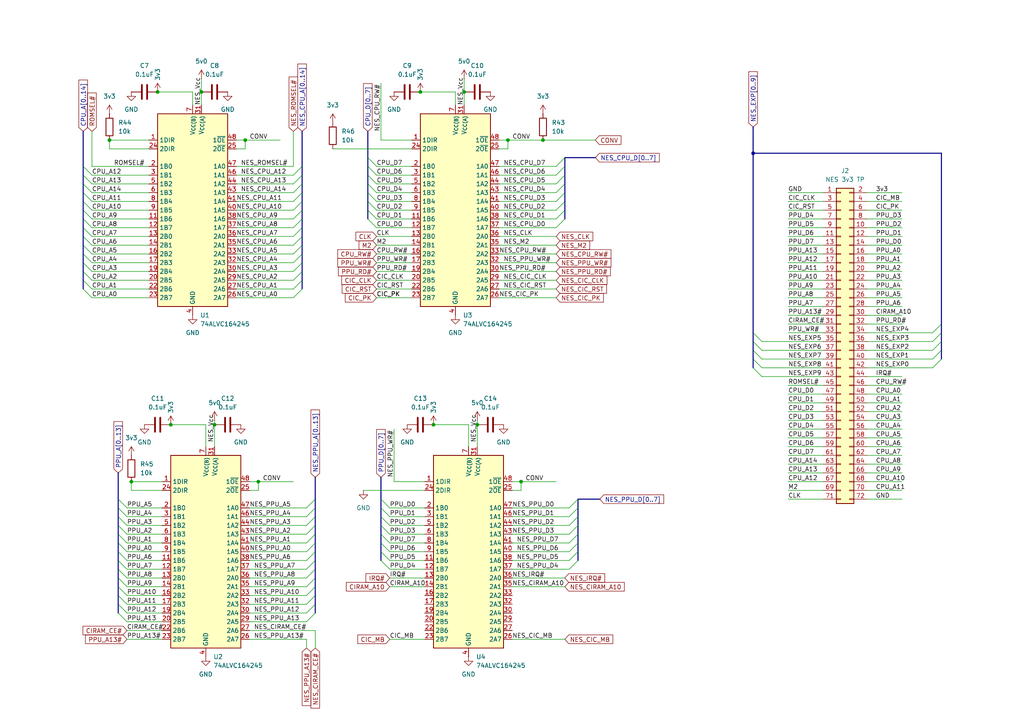
<source format=kicad_sch>
(kicad_sch (version 20231120) (generator "eeschema") (generator_version "8.0")
  (paper "A4")
  (junction (at 71.12 40.64))
  (junction (at 31.75 40.64))
  (junction (at 38.1 139.7))
  (junction (at 45.72 26.67))
  (junction (at 157.48 40.64))
  (junction (at 121.92 26.67))
  (junction (at 74.93 139.7))
  (junction (at 147.32 40.64))
  (junction (at 151.13 139.7))
  (junction (at 218.44 44.45))
  (junction (at 138.43 123.19))
  (junction (at 49.53 123.19))
  (junction (at 62.23 123.19))
  (junction (at 134.62 26.67))
  (junction (at 125.73 123.19))
  (junction (at 58.42 26.67))
  (bus_entry (at 24.13 76.2) (size 2.54 2.54))
  (bus_entry (at 88.9 147.32) (size 2.54 -2.54))
  (bus_entry (at 85.09 60.96) (size 2.54 -2.54))
  (bus_entry (at 85.09 55.88) (size 2.54 -2.54))
  (bus_entry (at 34.29 162.56) (size 2.54 2.54))
  (bus_entry (at 106.68 45.72) (size 2.54 2.54))
  (bus_entry (at 270.51 101.6) (size 2.54 -2.54))
  (bus_entry (at 85.09 78.74) (size 2.54 -2.54))
  (bus_entry (at 165.1 152.4) (size 2.54 -2.54))
  (bus_entry (at 106.68 53.34) (size 2.54 2.54))
  (bus_entry (at 34.29 167.64) (size 2.54 2.54))
  (bus_entry (at 34.29 177.8) (size 2.54 2.54))
  (bus_entry (at 24.13 83.82) (size 2.54 2.54))
  (bus_entry (at 218.44 96.52) (size 2.54 2.54))
  (bus_entry (at 34.29 165.1) (size 2.54 2.54))
  (bus_entry (at 110.49 162.56) (size 2.54 2.54))
  (bus_entry (at 106.68 63.5) (size 2.54 2.54))
  (bus_entry (at 88.9 165.1) (size 2.54 -2.54))
  (bus_entry (at 88.9 172.72) (size 2.54 -2.54))
  (bus_entry (at 85.09 73.66) (size 2.54 -2.54))
  (bus_entry (at 85.09 83.82) (size 2.54 -2.54))
  (bus_entry (at 34.29 147.32) (size 2.54 2.54))
  (bus_entry (at 85.09 63.5) (size 2.54 -2.54))
  (bus_entry (at 165.1 160.02) (size 2.54 -2.54))
  (bus_entry (at 24.13 78.74) (size 2.54 2.54))
  (bus_entry (at 24.13 63.5) (size 2.54 2.54))
  (bus_entry (at 161.29 55.88) (size 2.54 -2.54))
  (bus_entry (at 165.1 165.1) (size 2.54 -2.54))
  (bus_entry (at 34.29 154.94) (size 2.54 2.54))
  (bus_entry (at 24.13 55.88) (size 2.54 2.54))
  (bus_entry (at 34.29 160.02) (size 2.54 2.54))
  (bus_entry (at 218.44 101.6) (size 2.54 2.54))
  (bus_entry (at 165.1 157.48) (size 2.54 -2.54))
  (bus_entry (at 110.49 157.48) (size 2.54 2.54))
  (bus_entry (at 218.44 106.68) (size 2.54 2.54))
  (bus_entry (at 85.09 66.04) (size 2.54 -2.54))
  (bus_entry (at 88.9 167.64) (size 2.54 -2.54))
  (bus_entry (at 110.49 160.02) (size 2.54 2.54))
  (bus_entry (at 106.68 55.88) (size 2.54 2.54))
  (bus_entry (at 165.1 147.32) (size 2.54 -2.54))
  (bus_entry (at 161.29 63.5) (size 2.54 -2.54))
  (bus_entry (at 24.13 50.8) (size 2.54 2.54))
  (bus_entry (at 88.9 149.86) (size 2.54 -2.54))
  (bus_entry (at 165.1 154.94) (size 2.54 -2.54))
  (bus_entry (at 165.1 149.86) (size 2.54 -2.54))
  (bus_entry (at 85.09 53.34) (size 2.54 -2.54))
  (bus_entry (at 88.9 177.8) (size 2.54 -2.54))
  (bus_entry (at 34.29 152.4) (size 2.54 2.54))
  (bus_entry (at 161.29 66.04) (size 2.54 -2.54))
  (bus_entry (at 161.29 60.96) (size 2.54 -2.54))
  (bus_entry (at 88.9 162.56) (size 2.54 -2.54))
  (bus_entry (at 161.29 58.42) (size 2.54 -2.54))
  (bus_entry (at 85.09 50.8) (size 2.54 -2.54))
  (bus_entry (at 161.29 53.34) (size 2.54 -2.54))
  (bus_entry (at 88.9 154.94) (size 2.54 -2.54))
  (bus_entry (at 24.13 68.58) (size 2.54 2.54))
  (bus_entry (at 270.51 99.06) (size 2.54 -2.54))
  (bus_entry (at 110.49 149.86) (size 2.54 2.54))
  (bus_entry (at 85.09 86.36) (size 2.54 -2.54))
  (bus_entry (at 110.49 147.32) (size 2.54 2.54))
  (bus_entry (at 165.1 162.56) (size 2.54 -2.54))
  (bus_entry (at 88.9 175.26) (size 2.54 -2.54))
  (bus_entry (at 85.09 76.2) (size 2.54 -2.54))
  (bus_entry (at 88.9 152.4) (size 2.54 -2.54))
  (bus_entry (at 88.9 160.02) (size 2.54 -2.54))
  (bus_entry (at 85.09 81.28) (size 2.54 -2.54))
  (bus_entry (at 85.09 68.58) (size 2.54 -2.54))
  (bus_entry (at 88.9 170.18) (size 2.54 -2.54))
  (bus_entry (at 110.49 144.78) (size 2.54 2.54))
  (bus_entry (at 161.29 50.8) (size 2.54 -2.54))
  (bus_entry (at 270.51 104.14) (size 2.54 -2.54))
  (bus_entry (at 34.29 172.72) (size 2.54 2.54))
  (bus_entry (at 24.13 66.04) (size 2.54 2.54))
  (bus_entry (at 270.51 96.52) (size 2.54 -2.54))
  (bus_entry (at 106.68 60.96) (size 2.54 2.54))
  (bus_entry (at 24.13 81.28) (size 2.54 2.54))
  (bus_entry (at 34.29 170.18) (size 2.54 2.54))
  (bus_entry (at 106.68 58.42) (size 2.54 2.54))
  (bus_entry (at 24.13 48.26) (size 2.54 2.54))
  (bus_entry (at 88.9 157.48) (size 2.54 -2.54))
  (bus_entry (at 106.68 50.8) (size 2.54 2.54))
  (bus_entry (at 110.49 152.4) (size 2.54 2.54))
  (bus_entry (at 161.29 48.26) (size 2.54 -2.54))
  (bus_entry (at 34.29 144.78) (size 2.54 2.54))
  (bus_entry (at 24.13 73.66) (size 2.54 2.54))
  (bus_entry (at 270.51 106.68) (size 2.54 -2.54))
  (bus_entry (at 24.13 60.96) (size 2.54 2.54))
  (bus_entry (at 218.44 99.06) (size 2.54 2.54))
  (bus_entry (at 85.09 58.42) (size 2.54 -2.54))
  (bus_entry (at 24.13 71.12) (size 2.54 2.54))
  (bus_entry (at 34.29 175.26) (size 2.54 2.54))
  (bus_entry (at 85.09 71.12) (size 2.54 -2.54))
  (bus_entry (at 34.29 157.48) (size 2.54 2.54))
  (bus_entry (at 24.13 53.34) (size 2.54 2.54))
  (bus_entry (at 34.29 149.86) (size 2.54 2.54))
  (bus_entry (at 218.44 104.14) (size 2.54 2.54))
  (bus_entry (at 24.13 58.42) (size 2.54 2.54))
  (bus_entry (at 110.49 154.94) (size 2.54 2.54))
  (bus_entry (at 88.9 180.34) (size 2.54 -2.54))
  (bus_entry (at 106.68 48.26) (size 2.54 2.54))
  (bus (pts (xy 87.63 76.2) (xy 87.63 78.74)))
  (wire (pts (xy 68.58 73.66) (xy 85.09 73.66)))
  (wire (pts (xy 72.39 170.18) (xy 88.9 170.18)))
  (bus (pts (xy 106.68 53.34) (xy 106.68 55.88)))
  (wire (pts (xy 109.22 66.04) (xy 119.38 66.04)))
  (wire (pts (xy 228.6 124.46) (xy 238.76 124.46)))
  (wire (pts (xy 36.83 177.8) (xy 46.99 177.8)))
  (wire (pts (xy 251.46 78.74) (xy 261.62 78.74)))
  (wire (pts (xy 49.53 123.19) (xy 59.69 123.19)))
  (wire (pts (xy 148.59 170.18) (xy 163.83 170.18)))
  (wire (pts (xy 36.83 160.02) (xy 46.99 160.02)))
  (wire (pts (xy 113.03 147.32) (xy 123.19 147.32)))
  (wire (pts (xy 251.46 137.16) (xy 261.62 137.16)))
  (wire (pts (xy 105.41 142.24) (xy 123.19 142.24)))
  (wire (pts (xy 46.99 142.24) (xy 38.1 142.24)))
  (wire (pts (xy 109.22 78.74) (xy 119.38 78.74)))
  (bus (pts (xy 24.13 63.5) (xy 24.13 66.04)))
  (wire (pts (xy 36.83 157.48) (xy 46.99 157.48)))
  (bus (pts (xy 34.29 137.16) (xy 34.29 144.78)))
  (wire (pts (xy 113.03 154.94) (xy 123.19 154.94)))
  (wire (pts (xy 147.32 40.64) (xy 157.48 40.64)))
  (wire (pts (xy 26.67 73.66) (xy 43.18 73.66)))
  (wire (pts (xy 26.67 58.42) (xy 43.18 58.42)))
  (wire (pts (xy 228.6 60.96) (xy 238.76 60.96)))
  (bus (pts (xy 87.63 73.66) (xy 87.63 76.2)))
  (wire (pts (xy 68.58 53.34) (xy 85.09 53.34)))
  (wire (pts (xy 251.46 71.12) (xy 261.62 71.12)))
  (wire (pts (xy 144.78 53.34) (xy 161.29 53.34)))
  (wire (pts (xy 228.6 119.38) (xy 238.76 119.38)))
  (wire (pts (xy 36.83 154.94) (xy 46.99 154.94)))
  (wire (pts (xy 74.93 139.7) (xy 85.09 139.7)))
  (wire (pts (xy 144.78 43.18) (xy 147.32 43.18)))
  (wire (pts (xy 109.22 48.26) (xy 119.38 48.26)))
  (wire (pts (xy 251.46 99.06) (xy 270.51 99.06)))
  (wire (pts (xy 228.6 71.12) (xy 238.76 71.12)))
  (bus (pts (xy 91.44 172.72) (xy 91.44 175.26)))
  (wire (pts (xy 72.39 154.94) (xy 88.9 154.94)))
  (bus (pts (xy 87.63 63.5) (xy 87.63 66.04)))
  (bus (pts (xy 24.13 53.34) (xy 24.13 55.88)))
  (wire (pts (xy 251.46 91.44) (xy 261.62 91.44)))
  (wire (pts (xy 251.46 60.96) (xy 261.62 60.96)))
  (bus (pts (xy 91.44 175.26) (xy 91.44 177.8)))
  (wire (pts (xy 151.13 142.24) (xy 151.13 139.7)))
  (wire (pts (xy 91.44 187.96) (xy 91.44 182.88)))
  (wire (pts (xy 125.73 123.19) (xy 135.89 123.19)))
  (wire (pts (xy 26.67 78.74) (xy 43.18 78.74)))
  (wire (pts (xy 36.83 182.88) (xy 46.99 182.88)))
  (bus (pts (xy 91.44 167.64) (xy 91.44 170.18)))
  (wire (pts (xy 138.43 123.19) (xy 138.43 121.92)))
  (bus (pts (xy 273.05 93.98) (xy 273.05 96.52)))
  (wire (pts (xy 251.46 55.88) (xy 261.62 55.88)))
  (wire (pts (xy 113.03 165.1) (xy 123.19 165.1)))
  (wire (pts (xy 251.46 83.82) (xy 261.62 83.82)))
  (wire (pts (xy 68.58 40.64) (xy 71.12 40.64)))
  (wire (pts (xy 251.46 63.5) (xy 261.62 63.5)))
  (wire (pts (xy 228.6 73.66) (xy 238.76 73.66)))
  (bus (pts (xy 163.83 45.72) (xy 172.72 45.72)))
  (wire (pts (xy 228.6 63.5) (xy 238.76 63.5)))
  (wire (pts (xy 58.42 22.86) (xy 58.42 26.67)))
  (bus (pts (xy 24.13 81.28) (xy 24.13 83.82)))
  (wire (pts (xy 109.22 53.34) (xy 119.38 53.34)))
  (wire (pts (xy 148.59 165.1) (xy 165.1 165.1)))
  (bus (pts (xy 34.29 172.72) (xy 34.29 175.26)))
  (wire (pts (xy 251.46 93.98) (xy 261.62 93.98)))
  (bus (pts (xy 110.49 138.43) (xy 110.49 144.78)))
  (wire (pts (xy 220.98 101.6) (xy 238.76 101.6)))
  (wire (pts (xy 72.39 152.4) (xy 88.9 152.4)))
  (bus (pts (xy 110.49 157.48) (xy 110.49 160.02)))
  (wire (pts (xy 251.46 127) (xy 261.62 127)))
  (wire (pts (xy 68.58 60.96) (xy 85.09 60.96)))
  (wire (pts (xy 228.6 78.74) (xy 238.76 78.74)))
  (bus (pts (xy 163.83 63.5) (xy 163.83 60.96)))
  (bus (pts (xy 106.68 48.26) (xy 106.68 50.8)))
  (wire (pts (xy 228.6 116.84) (xy 238.76 116.84)))
  (wire (pts (xy 148.59 160.02) (xy 165.1 160.02)))
  (wire (pts (xy 228.6 88.9) (xy 238.76 88.9)))
  (wire (pts (xy 68.58 68.58) (xy 85.09 68.58)))
  (wire (pts (xy 36.83 180.34) (xy 46.99 180.34)))
  (bus (pts (xy 163.83 50.8) (xy 163.83 48.26)))
  (wire (pts (xy 148.59 167.64) (xy 163.83 167.64)))
  (wire (pts (xy 228.6 111.76) (xy 238.76 111.76)))
  (wire (pts (xy 72.39 147.32) (xy 88.9 147.32)))
  (wire (pts (xy 157.48 40.64) (xy 172.72 40.64)))
  (wire (pts (xy 38.1 139.7) (xy 38.1 142.24)))
  (bus (pts (xy 87.63 81.28) (xy 87.63 83.82)))
  (bus (pts (xy 106.68 50.8) (xy 106.68 53.34)))
  (wire (pts (xy 71.12 43.18) (xy 71.12 40.64)))
  (wire (pts (xy 228.6 66.04) (xy 238.76 66.04)))
  (wire (pts (xy 110.49 24.13) (xy 110.49 40.64)))
  (bus (pts (xy 87.63 78.74) (xy 87.63 81.28)))
  (bus (pts (xy 24.13 50.8) (xy 24.13 53.34)))
  (wire (pts (xy 68.58 76.2) (xy 85.09 76.2)))
  (wire (pts (xy 68.58 81.28) (xy 85.09 81.28)))
  (wire (pts (xy 134.62 26.67) (xy 134.62 22.86)))
  (wire (pts (xy 251.46 142.24) (xy 261.62 142.24)))
  (bus (pts (xy 218.44 101.6) (xy 218.44 99.06)))
  (bus (pts (xy 163.83 58.42) (xy 163.83 55.88)))
  (wire (pts (xy 55.88 26.67) (xy 55.88 30.48)))
  (bus (pts (xy 34.29 154.94) (xy 34.29 157.48)))
  (bus (pts (xy 34.29 160.02) (xy 34.29 162.56)))
  (wire (pts (xy 31.75 40.64) (xy 31.75 43.18)))
  (wire (pts (xy 144.78 50.8) (xy 161.29 50.8)))
  (wire (pts (xy 251.46 121.92) (xy 261.62 121.92)))
  (wire (pts (xy 113.03 185.42) (xy 123.19 185.42)))
  (bus (pts (xy 218.44 106.68) (xy 218.44 104.14)))
  (wire (pts (xy 251.46 144.78) (xy 261.62 144.78)))
  (wire (pts (xy 228.6 55.88) (xy 238.76 55.88)))
  (wire (pts (xy 74.93 142.24) (xy 74.93 139.7)))
  (bus (pts (xy 91.44 147.32) (xy 91.44 149.86)))
  (wire (pts (xy 148.59 139.7) (xy 151.13 139.7)))
  (wire (pts (xy 72.39 157.48) (xy 88.9 157.48)))
  (wire (pts (xy 72.39 149.86) (xy 88.9 149.86)))
  (wire (pts (xy 62.23 123.19) (xy 62.23 121.92)))
  (wire (pts (xy 26.67 38.1) (xy 26.67 48.26)))
  (wire (pts (xy 31.75 40.64) (xy 43.18 40.64)))
  (wire (pts (xy 109.22 63.5) (xy 119.38 63.5)))
  (bus (pts (xy 91.44 162.56) (xy 91.44 165.1)))
  (wire (pts (xy 134.62 30.48) (xy 134.62 26.67)))
  (wire (pts (xy 228.6 93.98) (xy 238.76 93.98)))
  (wire (pts (xy 45.72 26.67) (xy 55.88 26.67)))
  (bus (pts (xy 91.44 160.02) (xy 91.44 162.56)))
  (wire (pts (xy 109.22 73.66) (xy 119.38 73.66)))
  (wire (pts (xy 68.58 55.88) (xy 85.09 55.88)))
  (wire (pts (xy 228.6 76.2) (xy 238.76 76.2)))
  (wire (pts (xy 148.59 142.24) (xy 151.13 142.24)))
  (wire (pts (xy 72.39 142.24) (xy 74.93 142.24)))
  (wire (pts (xy 148.59 185.42) (xy 163.83 185.42)))
  (wire (pts (xy 96.52 43.18) (xy 119.38 43.18)))
  (wire (pts (xy 228.6 129.54) (xy 238.76 129.54)))
  (wire (pts (xy 109.22 55.88) (xy 119.38 55.88)))
  (wire (pts (xy 148.59 157.48) (xy 165.1 157.48)))
  (wire (pts (xy 147.32 43.18) (xy 147.32 40.64)))
  (wire (pts (xy 62.23 129.54) (xy 62.23 123.19)))
  (bus (pts (xy 106.68 45.72) (xy 106.68 48.26)))
  (wire (pts (xy 85.09 38.1) (xy 85.09 48.26)))
  (wire (pts (xy 109.22 83.82) (xy 119.38 83.82)))
  (wire (pts (xy 109.22 68.58) (xy 119.38 68.58)))
  (bus (pts (xy 87.63 60.96) (xy 87.63 63.5)))
  (bus (pts (xy 218.44 96.52) (xy 218.44 44.45)))
  (wire (pts (xy 36.83 165.1) (xy 46.99 165.1)))
  (wire (pts (xy 36.83 185.42) (xy 46.99 185.42)))
  (bus (pts (xy 34.29 152.4) (xy 34.29 154.94)))
  (wire (pts (xy 228.6 114.3) (xy 238.76 114.3)))
  (wire (pts (xy 114.3 124.46) (xy 114.3 139.7)))
  (wire (pts (xy 228.6 137.16) (xy 238.76 137.16)))
  (wire (pts (xy 220.98 104.14) (xy 238.76 104.14)))
  (wire (pts (xy 132.08 26.67) (xy 132.08 30.48)))
  (bus (pts (xy 34.29 144.78) (xy 34.29 147.32)))
  (wire (pts (xy 228.6 144.78) (xy 238.76 144.78)))
  (bus (pts (xy 24.13 71.12) (xy 24.13 73.66)))
  (wire (pts (xy 68.58 83.82) (xy 85.09 83.82)))
  (bus (pts (xy 87.63 58.42) (xy 87.63 60.96)))
  (bus (pts (xy 34.29 149.86) (xy 34.29 152.4)))
  (wire (pts (xy 26.67 86.36) (xy 43.18 86.36)))
  (bus (pts (xy 163.83 60.96) (xy 163.83 58.42)))
  (bus (pts (xy 91.44 138.43) (xy 91.44 144.78)))
  (bus (pts (xy 34.29 162.56) (xy 34.29 165.1)))
  (wire (pts (xy 228.6 58.42) (xy 238.76 58.42)))
  (wire (pts (xy 36.83 147.32) (xy 46.99 147.32)))
  (wire (pts (xy 72.39 177.8) (xy 88.9 177.8)))
  (wire (pts (xy 36.83 172.72) (xy 46.99 172.72)))
  (bus (pts (xy 167.64 157.48) (xy 167.64 154.94)))
  (wire (pts (xy 109.22 58.42) (xy 119.38 58.42)))
  (wire (pts (xy 220.98 109.22) (xy 238.76 109.22)))
  (bus (pts (xy 273.05 101.6) (xy 273.05 104.14)))
  (wire (pts (xy 26.67 50.8) (xy 43.18 50.8)))
  (wire (pts (xy 72.39 162.56) (xy 88.9 162.56)))
  (bus (pts (xy 167.64 160.02) (xy 167.64 157.48)))
  (bus (pts (xy 91.44 170.18) (xy 91.44 172.72)))
  (wire (pts (xy 251.46 68.58) (xy 261.62 68.58)))
  (bus (pts (xy 24.13 66.04) (xy 24.13 68.58)))
  (wire (pts (xy 144.78 40.64) (xy 147.32 40.64)))
  (wire (pts (xy 251.46 73.66) (xy 261.62 73.66)))
  (bus (pts (xy 87.63 38.1) (xy 87.63 48.26)))
  (bus (pts (xy 106.68 38.1) (xy 106.68 45.72)))
  (bus (pts (xy 106.68 55.88) (xy 106.68 58.42)))
  (wire (pts (xy 113.03 167.64) (xy 123.19 167.64)))
  (wire (pts (xy 36.83 167.64) (xy 46.99 167.64)))
  (bus (pts (xy 91.44 144.78) (xy 91.44 147.32)))
  (wire (pts (xy 144.78 66.04) (xy 161.29 66.04)))
  (wire (pts (xy 68.58 43.18) (xy 71.12 43.18)))
  (wire (pts (xy 148.59 147.32) (xy 165.1 147.32)))
  (bus (pts (xy 106.68 58.42) (xy 106.68 60.96)))
  (wire (pts (xy 144.78 86.36) (xy 161.29 86.36)))
  (wire (pts (xy 144.78 71.12) (xy 161.29 71.12)))
  (bus (pts (xy 110.49 149.86) (xy 110.49 152.4)))
  (wire (pts (xy 113.03 157.48) (xy 123.19 157.48)))
  (wire (pts (xy 228.6 121.92) (xy 238.76 121.92)))
  (wire (pts (xy 228.6 83.82) (xy 238.76 83.82)))
  (wire (pts (xy 228.6 91.44) (xy 238.76 91.44)))
  (wire (pts (xy 228.6 68.58) (xy 238.76 68.58)))
  (bus (pts (xy 167.64 144.78) (xy 173.99 144.78)))
  (bus (pts (xy 91.44 154.94) (xy 91.44 157.48)))
  (wire (pts (xy 251.46 134.62) (xy 261.62 134.62)))
  (wire (pts (xy 72.39 165.1) (xy 88.9 165.1)))
  (wire (pts (xy 251.46 124.46) (xy 261.62 124.46)))
  (wire (pts (xy 72.39 167.64) (xy 88.9 167.64)))
  (wire (pts (xy 228.6 86.36) (xy 238.76 86.36)))
  (wire (pts (xy 68.58 63.5) (xy 85.09 63.5)))
  (wire (pts (xy 58.42 26.67) (xy 58.42 30.48)))
  (bus (pts (xy 87.63 68.58) (xy 87.63 71.12)))
  (wire (pts (xy 68.58 66.04) (xy 85.09 66.04)))
  (wire (pts (xy 148.59 154.94) (xy 165.1 154.94)))
  (wire (pts (xy 251.46 101.6) (xy 270.51 101.6)))
  (bus (pts (xy 273.05 99.06) (xy 273.05 101.6)))
  (bus (pts (xy 167.64 147.32) (xy 167.64 144.78)))
  (bus (pts (xy 24.13 73.66) (xy 24.13 76.2)))
  (wire (pts (xy 26.67 71.12) (xy 43.18 71.12)))
  (wire (pts (xy 59.69 123.19) (xy 59.69 129.54)))
  (wire (pts (xy 68.58 71.12) (xy 85.09 71.12)))
  (bus (pts (xy 110.49 154.94) (xy 110.49 157.48)))
  (wire (pts (xy 251.46 139.7) (xy 261.62 139.7)))
  (wire (pts (xy 88.9 185.42) (xy 88.9 187.96)))
  (wire (pts (xy 26.67 81.28) (xy 43.18 81.28)))
  (wire (pts (xy 113.03 152.4) (xy 123.19 152.4)))
  (wire (pts (xy 36.83 170.18) (xy 46.99 170.18)))
  (wire (pts (xy 144.78 68.58) (xy 161.29 68.58)))
  (wire (pts (xy 144.78 60.96) (xy 161.29 60.96)))
  (bus (pts (xy 163.83 53.34) (xy 163.83 50.8)))
  (wire (pts (xy 138.43 129.54) (xy 138.43 123.19)))
  (wire (pts (xy 38.1 139.7) (xy 46.99 139.7)))
  (wire (pts (xy 26.67 53.34) (xy 43.18 53.34)))
  (wire (pts (xy 121.92 26.67) (xy 132.08 26.67)))
  (wire (pts (xy 36.83 175.26) (xy 46.99 175.26)))
  (wire (pts (xy 26.67 68.58) (xy 43.18 68.58)))
  (wire (pts (xy 148.59 152.4) (xy 165.1 152.4)))
  (wire (pts (xy 109.22 60.96) (xy 119.38 60.96)))
  (bus (pts (xy 110.49 144.78) (xy 110.49 147.32)))
  (wire (pts (xy 251.46 88.9) (xy 261.62 88.9)))
  (bus (pts (xy 218.44 36.83) (xy 218.44 44.45)))
  (wire (pts (xy 251.46 114.3) (xy 261.62 114.3)))
  (wire (pts (xy 251.46 66.04) (xy 261.62 66.04)))
  (wire (pts (xy 148.59 162.56) (xy 165.1 162.56)))
  (wire (pts (xy 26.67 76.2) (xy 43.18 76.2)))
  (bus (pts (xy 87.63 66.04) (xy 87.63 68.58)))
  (wire (pts (xy 31.75 43.18) (xy 43.18 43.18)))
  (bus (pts (xy 34.29 165.1) (xy 34.29 167.64)))
  (wire (pts (xy 113.03 170.18) (xy 123.19 170.18)))
  (wire (pts (xy 251.46 109.22) (xy 261.62 109.22)))
  (wire (pts (xy 114.3 139.7) (xy 123.19 139.7)))
  (wire (pts (xy 36.83 149.86) (xy 46.99 149.86)))
  (bus (pts (xy 218.44 99.06) (xy 218.44 96.52)))
  (wire (pts (xy 135.89 123.19) (xy 135.89 129.54)))
  (wire (pts (xy 144.78 55.88) (xy 161.29 55.88)))
  (wire (pts (xy 26.67 63.5) (xy 43.18 63.5)))
  (wire (pts (xy 71.12 40.64) (xy 81.28 40.64)))
  (wire (pts (xy 228.6 139.7) (xy 238.76 139.7)))
  (wire (pts (xy 68.58 86.36) (xy 85.09 86.36)))
  (bus (pts (xy 110.49 147.32) (xy 110.49 149.86)))
  (bus (pts (xy 273.05 96.52) (xy 273.05 99.06)))
  (wire (pts (xy 148.59 149.86) (xy 165.1 149.86)))
  (wire (pts (xy 251.46 58.42) (xy 261.62 58.42)))
  (wire (pts (xy 113.03 162.56) (xy 123.19 162.56)))
  (wire (pts (xy 26.67 55.88) (xy 43.18 55.88)))
  (wire (pts (xy 109.22 81.28) (xy 119.38 81.28)))
  (bus (pts (xy 110.49 152.4) (xy 110.49 154.94)))
  (bus (pts (xy 87.63 50.8) (xy 87.63 53.34)))
  (wire (pts (xy 228.6 127) (xy 238.76 127)))
  (wire (pts (xy 251.46 96.52) (xy 270.51 96.52)))
  (bus (pts (xy 34.29 170.18) (xy 34.29 172.72)))
  (wire (pts (xy 228.6 132.08) (xy 238.76 132.08)))
  (wire (pts (xy 228.6 134.62) (xy 238.76 134.62)))
  (wire (pts (xy 220.98 99.06) (xy 238.76 99.06)))
  (wire (pts (xy 72.39 139.7) (xy 74.93 139.7)))
  (wire (pts (xy 72.39 172.72) (xy 88.9 172.72)))
  (wire (pts (xy 220.98 106.68) (xy 238.76 106.68)))
  (bus (pts (xy 91.44 165.1) (xy 91.44 167.64)))
  (bus (pts (xy 24.13 78.74) (xy 24.13 81.28)))
  (wire (pts (xy 144.78 83.82) (xy 161.29 83.82)))
  (wire (pts (xy 251.46 104.14) (xy 270.51 104.14)))
  (wire (pts (xy 113.03 149.86) (xy 123.19 149.86)))
  (wire (pts (xy 72.39 160.02) (xy 88.9 160.02)))
  (wire (pts (xy 144.78 76.2) (xy 161.29 76.2)))
  (bus (pts (xy 273.05 44.45) (xy 273.05 93.98)))
  (wire (pts (xy 251.46 86.36) (xy 261.62 86.36)))
  (wire (pts (xy 251.46 81.28) (xy 261.62 81.28)))
  (bus (pts (xy 24.13 38.1) (xy 24.13 48.26)))
  (bus (pts (xy 91.44 157.48) (xy 91.44 160.02)))
  (bus (pts (xy 163.83 48.26) (xy 163.83 45.72)))
  (wire (pts (xy 72.39 175.26) (xy 88.9 175.26)))
  (bus (pts (xy 34.29 147.32) (xy 34.29 149.86)))
  (bus (pts (xy 87.63 55.88) (xy 87.63 58.42)))
  (bus (pts (xy 24.13 68.58) (xy 24.13 71.12)))
  (wire (pts (xy 144.78 81.28) (xy 161.29 81.28)))
  (wire (pts (xy 72.39 182.88) (xy 91.44 182.88)))
  (wire (pts (xy 109.22 50.8) (xy 119.38 50.8)))
  (wire (pts (xy 251.46 129.54) (xy 261.62 129.54)))
  (wire (pts (xy 251.46 111.76) (xy 261.62 111.76)))
  (bus (pts (xy 24.13 76.2) (xy 24.13 78.74)))
  (bus (pts (xy 167.64 162.56) (xy 167.64 160.02)))
  (bus (pts (xy 24.13 48.26) (xy 24.13 50.8)))
  (wire (pts (xy 251.46 119.38) (xy 261.62 119.38)))
  (wire (pts (xy 251.46 106.68) (xy 270.51 106.68)))
  (bus (pts (xy 91.44 152.4) (xy 91.44 154.94)))
  (wire (pts (xy 144.78 58.42) (xy 161.29 58.42)))
  (wire (pts (xy 68.58 50.8) (xy 85.09 50.8)))
  (wire (pts (xy 144.78 63.5) (xy 161.29 63.5)))
  (wire (pts (xy 110.49 40.64) (xy 119.38 40.64)))
  (bus (pts (xy 163.83 55.88) (xy 163.83 53.34)))
  (wire (pts (xy 68.58 48.26) (xy 85.09 48.26)))
  (bus (pts (xy 24.13 58.42) (xy 24.13 60.96)))
  (bus (pts (xy 87.63 48.26) (xy 87.63 50.8)))
  (bus (pts (xy 24.13 60.96) (xy 24.13 63.5)))
  (bus (pts (xy 34.29 175.26) (xy 34.29 177.8)))
  (wire (pts (xy 228.6 81.28) (xy 238.76 81.28)))
  (wire (pts (xy 109.22 76.2) (xy 119.38 76.2)))
  (wire (pts (xy 26.67 60.96) (xy 43.18 60.96)))
  (wire (pts (xy 113.03 160.02) (xy 123.19 160.02)))
  (bus (pts (xy 218.44 44.45) (xy 273.05 44.45)))
  (bus (pts (xy 110.49 160.02) (xy 110.49 162.56)))
  (wire (pts (xy 228.6 96.52) (xy 238.76 96.52)))
  (wire (pts (xy 72.39 185.42) (xy 88.9 185.42)))
  (wire (pts (xy 144.78 78.74) (xy 161.29 78.74)))
  (bus (pts (xy 167.64 152.4) (xy 167.64 149.86)))
  (wire (pts (xy 26.67 48.26) (xy 43.18 48.26)))
  (wire (pts (xy 144.78 48.26) (xy 161.29 48.26)))
  (bus (pts (xy 167.64 149.86) (xy 167.64 147.32)))
  (wire (pts (xy 251.46 76.2) (xy 261.62 76.2)))
  (bus (pts (xy 106.68 60.96) (xy 106.68 63.5)))
  (wire (pts (xy 68.58 78.74) (xy 85.09 78.74)))
  (wire (pts (xy 26.67 66.04) (xy 43.18 66.04)))
  (wire (pts (xy 109.22 86.36) (xy 119.38 86.36)))
  (bus (pts (xy 87.63 53.34) (xy 87.63 55.88)))
  (bus (pts (xy 34.29 167.64) (xy 34.29 170.18)))
  (wire (pts (xy 68.58 58.42) (xy 85.09 58.42)))
  (wire (pts (xy 72.39 180.34) (xy 88.9 180.34)))
  (wire (pts (xy 26.67 83.82) (xy 43.18 83.82)))
  (bus (pts (xy 24.13 55.88) (xy 24.13 58.42)))
  (wire (pts (xy 36.83 152.4) (xy 46.99 152.4)))
  (wire (pts (xy 36.83 162.56) (xy 46.99 162.56)))
  (wire (pts (xy 251.46 116.84) (xy 261.62 116.84)))
  (wire (pts (xy 251.46 132.08) (xy 261.62 132.08)))
  (bus (pts (xy 87.63 71.12) (xy 87.63 73.66)))
  (bus (pts (xy 167.64 154.94) (xy 167.64 152.4)))
  (wire (pts (xy 144.78 73.66) (xy 161.29 73.66)))
  (bus (pts (xy 218.44 104.14) (xy 218.44 101.6)))
  (bus (pts (xy 34.29 157.48) (xy 34.29 160.02)))
  (wire (pts (xy 228.6 142.24) (xy 238.76 142.24)))
  (wire (pts (xy 151.13 139.7) (xy 161.29 139.7)))
  (bus (pts (xy 91.44 149.86) (xy 91.44 152.4)))
  (wire (pts (xy 109.22 71.12) (xy 119.38 71.12)))
  (label "NES_PPU_A8" (at 73.66 167.64 0))
  (label "CIC_MB" (at 254 58.42 0))
  (label "NES_CIC_RST" (at 146.05 83.82 0))
  (label "NES_CPU_A9" (at 68.58 63.5 0))
  (label "NES_CPU_RW#" (at 144.78 73.66 0))
  (label "PPU_D6" (at 228.6 68.58 0))
  (label "NES_IRQ#" (at 148.59 167.64 0))
  (label "CPU_A11" (at 254 142.24 0))
  (label "CPU_A14" (at 228.6 134.62 0))
  (label "NES_CPU_RW#" (at 110.49 38.1 90))
  (label "CIC_PK" (at 254 60.96 0))
  (label "NES_PPU_A0" (at 72.39 160.02 0))
  (label "CPU_A1" (at 26.67 83.82 0))
  (label "CPU_A2" (at 26.67 81.28 0))
  (label "CPU_A7" (at 26.67 68.58 0))
  (label "PPU_A10" (at 36.83 172.72 0))
  (label "CPU_D1" (at 109.22 63.5 0))
  (label "NES_PPU_A5" (at 72.39 147.32 0))
  (label "GND" (at 228.6 55.88 0))
  (label "PPU_D2" (at 254 66.04 0))
  (label "NES_EXP9" (at 228.6 109.22 0))
  (label "PPU_A4" (at 254 83.82 0))
  (label "CPU_D6" (at 228.6 129.54 0))
  (label "PPU_RD#" (at 254 93.98 0))
  (label "NES_CPU_D0" (at 146.05 66.04 0))
  (label "NES_PPU_D0" (at 148.59 147.32 0))
  (label "CPU_D5" (at 109.22 53.34 0))
  (label "NES_CPU_A3" (at 68.58 78.74 0))
  (label "PPU_D6" (at 113.03 160.02 0))
  (label "ROMSEL#" (at 228.6 111.76 0))
  (label "NES_CPU_A14" (at 69.85 55.88 0))
  (label "NES_CIRAM_CE#" (at 73.66 182.88 0))
  (label "CPU_A6" (at 254 129.54 0))
  (label "NES_CPU_A13" (at 69.85 53.34 0))
  (label "CPU_D3" (at 109.22 58.42 0))
  (label "CONV" (at 72.39 40.64 0))
  (label "CPU_A8" (at 254 134.62 0))
  (label "CPU_A5" (at 254 127 0))
  (label "PPU_A8" (at 36.83 167.64 0))
  (label "NES_PPU_A12" (at 73.66 177.8 0))
  (label "M2" (at 109.22 71.12 0))
  (label "CPU_A12" (at 228.6 139.7 0))
  (label "CONV" (at 152.4 139.7 0))
  (label "NES_PPU_A13#" (at 73.66 185.42 0))
  (label "CPU_RW#" (at 109.22 73.66 0))
  (label "PPU_D0" (at 113.03 147.32 0))
  (label "PPU_D3" (at 254 63.5 0))
  (label "PPU_D7" (at 228.6 71.12 0))
  (label "CLK" (at 228.6 144.78 0))
  (label "NES_PPU_A1" (at 72.39 157.48 0))
  (label "NES_CIC_PK" (at 144.78 86.36 0))
  (label "CPU_A3" (at 254 121.92 0))
  (label "PPU_D5" (at 228.6 66.04 0))
  (label "NES_PPU_RD#" (at 144.78 78.74 0))
  (label "PPU_A3" (at 254 81.28 0))
  (label "CONV" (at 76.2 139.7 0))
  (label "CPU_A4" (at 254 124.46 0))
  (label "CPU_A10" (at 254 139.7 0))
  (label "PPU_A6" (at 254 88.9 0))
  (label "CIC_PK" (at 109.22 86.36 0))
  (label "PPU_A13" (at 228.6 73.66 0))
  (label "NES_EXP7" (at 228.6 104.14 0))
  (label "PPU_A8" (at 228.6 86.36 0))
  (label "PPU_A11" (at 228.6 78.74 0))
  (label "3v3" (at 254 55.88 0))
  (label "CIRAM_CE#" (at 228.6 93.98 0))
  (label "IRQ#" (at 254 109.22 0))
  (label "NES_CPU_A11" (at 68.58 58.42 0))
  (label "CPU_A13" (at 228.6 137.16 0))
  (label "PPU_A13" (at 36.83 180.34 0))
  (label "PPU_WR#" (at 228.6 96.52 0))
  (label "CIRAM_A10" (at 254 91.44 0))
  (label "NES_PPU_A3" (at 72.39 152.4 0))
  (label "CPU_D4" (at 109.22 55.88 0))
  (label "NES_Vcc" (at 58.42 30.48 90))
  (label "CPU_RW#" (at 254 111.76 0))
  (label "NES_CPU_A10" (at 68.58 60.96 0))
  (label "PPU_A7" (at 36.83 165.1 0))
  (label "PPU_A2" (at 254 78.74 0))
  (label "PPU_D4" (at 228.6 63.5 0))
  (label "NES_PPU_A4" (at 72.39 149.86 0))
  (label "PPU_D0" (at 254 71.12 0))
  (label "PPU_D1" (at 113.03 149.86 0))
  (label "PPU_A9" (at 228.6 83.82 0))
  (label "NES_PPU_D3" (at 148.59 154.94 0))
  (label "PPU_A6" (at 36.83 162.56 0))
  (label "NES_PPU_A7" (at 73.66 165.1 0))
  (label "PPU_D3" (at 113.03 154.94 0))
  (label "NES_CPU_D7" (at 146.05 48.26 0))
  (label "NES_CPU_A2" (at 68.58 81.28 0))
  (label "PPU_A13#" (at 228.6 91.44 0))
  (label "CPU_A13" (at 26.67 53.34 0))
  (label "NES_PPU_D1" (at 148.59 149.86 0))
  (label "CPU_A11" (at 26.67 58.42 0))
  (label "NES_CPU_A7" (at 68.58 68.58 0))
  (label "CPU_A6" (at 26.67 71.12 0))
  (label "PPU_A7" (at 228.6 88.9 0))
  (label "NES_M2" (at 146.05 71.12 0))
  (label "PPU_A12" (at 228.6 76.2 0))
  (label "PPU_A1" (at 254 76.2 0))
  (label "NES_ROMSEL#" (at 69.85 48.26 0))
  (label "NES_EXP3" (at 254 99.06 0))
  (label "CPU_D6" (at 109.22 50.8 0))
  (label "ROMSEL#" (at 33.02 48.26 0))
  (label "CPU_A12" (at 26.67 50.8 0))
  (label "PPU_D4" (at 113.03 165.1 0))
  (label "CPU_D5" (at 228.6 127 0))
  (label "NES_EXP6" (at 228.6 101.6 0))
  (label "NES_PPU_A2" (at 72.39 154.94 0))
  (label "NES_PPU_D4" (at 149.86 165.1 0))
  (label "NES_CPU_A12" (at 69.85 50.8 0))
  (label "CPU_D0" (at 228.6 114.3 0))
  (label "CIRAM_A10" (at 113.03 170.18 0))
  (label "IRQ#" (at 113.03 167.64 0))
  (label "NES_CPU_A0" (at 68.58 86.36 0))
  (label "NES_CPU_A5" (at 68.58 73.66 0))
  (label "NES_EXP4" (at 254 96.52 0))
  (label "PPU_A1" (at 36.83 157.48 0))
  (label "NES_CLK" (at 146.05 68.58 0))
  (label "PPU_A10" (at 228.6 81.28 0))
  (label "NES_PPU_WR#" (at 146.05 76.2 0))
  (label "NES_PPU_A10" (at 73.66 172.72 0))
  (label "PPU_A0" (at 254 73.66 0))
  (label "M2" (at 228.6 142.24 0))
  (label "CPU_A5" (at 26.67 73.66 0))
  (label "PPU_A5" (at 254 86.36 0))
  (label "NES_EXP0" (at 254 106.68 0))
  (label "CPU_A0" (at 26.67 86.36 0))
  (label "CPU_D7" (at 228.6 132.08 0))
  (label "CIC_RST" (at 228.6 60.96 0))
  (label "NES_EXP1" (at 254 104.14 0))
  (label "PPU_A5" (at 36.83 147.32 0))
  (label "CPU_A10" (at 26.67 60.96 0))
  (label "CPU_D7" (at 109.22 48.26 0))
  (label "PPU_D2" (at 113.03 152.4 0))
  (label "NES_PPU_A6" (at 72.39 162.56 0))
  (label "NES_PPU_D7" (at 149.86 157.48 0))
  (label "NES_PPU_A11" (at 73.66 175.26 0))
  (label "NES_EXP5" (at 228.6 99.06 0))
  (label "PPU_A3" (at 36.83 152.4 0))
  (label "CPU_A4" (at 26.67 76.2 0))
  (label "NES_EXP2" (at 254 101.6 0))
  (label "NES_Vcc" (at 134.62 30.48 90))
  (label "NES_EXP8" (at 228.6 106.68 0))
  (label "NES_CPU_D6" (at 146.05 50.8 0))
  (label "PPU_A9" (at 36.83 170.18 0))
  (label "CIC_MB" (at 113.03 185.42 0))
  (label "CPU_A9" (at 254 137.16 0))
  (label "CIC_CLK" (at 109.22 81.28 0))
  (label "PPU_A11" (at 36.83 175.26 0))
  (label "NES_CPU_D1" (at 146.05 63.5 0))
  (label "CPU_A0" (at 254 114.3 0))
  (label "CPU_A9" (at 26.67 63.5 0))
  (label "NES_CPU_D4" (at 146.05 55.88 0))
  (label "CPU_D3" (at 228.6 121.92 0))
  (label "CIRAM_CE#" (at 36.83 182.88 0))
  (label "PPU_A12" (at 36.83 177.8 0))
  (label "CPU_A2" (at 254 119.38 0))
  (label "NES_CIC_CLK" (at 146.05 81.28 0))
  (label "NES_CPU_A4" (at 68.58 76.2 0))
  (label "CPU_D0" (at 109.22 66.04 0))
  (label "PPU_A2" (at 36.83 154.94 0))
  (label "NES_CPU_A6" (at 68.58 71.12 0))
  (label "NES_CIC_MB" (at 148.59 185.42 0))
  (label "NES_Vcc" (at 138.43 128.27 90))
  (label "NES_PPU_WR#" (at 114.3 138.43 90))
  (label "NES_PPU_D5" (at 149.86 162.56 0))
  (label "PPU_D5" (at 113.03 162.56 0))
  (label "NES_CPU_A1" (at 68.58 83.82 0))
  (label "CPU_A3" (at 26.67 78.74 0))
  (label "PPU_D7" (at 113.03 157.48 0))
  (label "PPU_A0" (at 36.83 160.02 0))
  (label "CPU_D2" (at 228.6 119.38 0))
  (label "PPU_D1" (at 254 68.58 0))
  (label "CONV" (at 148.59 40.64 0))
  (label "CLK" (at 109.22 68.58 0))
  (label "NES_CPU_A8" (at 68.58 66.04 0))
  (label "PPU_A4" (at 36.83 149.86 0))
  (label "CPU_A7" (at 254 132.08 0))
  (label "CPU_A14" (at 26.67 55.88 0))
  (label "CPU_A8" (at 26.67 66.04 0))
  (label "PPU_WR#" (at 109.22 76.2 0))
  (label "CIC_PK" (at 109.22 86.36 0))
  (label "NES_PPU_D6" (at 149.86 160.02 0))
  (label "PPU_RD#" (at 109.22 78.74 0))
  (label "CPU_D4" (at 228.6 124.46 0))
  (label "NES_PPU_A13" (at 73.66 180.34 0))
  (label "CPU_A1" (at 254 116.84 0))
  (label "NES_CPU_D5" (at 146.05 53.34 0))
  (label "CPU_D2" (at 109.22 60.96 0))
  (label "CIC_CLK" (at 228.6 58.42 0))
  (label "NES_PPU_A9" (at 73.66 170.18 0))
  (label "CIC_RST" (at 109.22 83.82 0))
  (label "GND" (at 254 144.78 0))
  (label "NES_PPU_D2" (at 148.59 152.4 0))
  (label "NES_Vcc" (at 62.23 128.27 90))
  (label "CPU_D1" (at 228.6 116.84 0))
  (label "PPU_A13#" (at 36.83 185.42 0))
  (label "NES_CPU_D2" (at 146.05 60.96 0))
  (label "NES_CIRAM_A10" (at 148.59 170.18 0))
  (label "NES_CPU_D3" (at 146.05 58.42 0))
  (global_label "NES_CIRAM_CE#" (shape input) (at 91.44 187.96 270) (property "Intersheetrefs" "${INTERSHEET_REFS}" (effects (hide yes))))
  (global_label "NES_CLK" (shape input) (at 161.29 68.58 0) (property "Intersheetrefs" "${INTERSHEET_REFS}" (effects (hide yes))))
  (global_label "NES_EXP[0..9]" (shape input) (at 218.44 36.83 90) (property "Intersheetrefs" "${INTERSHEET_REFS}" (effects (hide yes))))
  (global_label "CIC_PK" (shape input) (at 109.22 86.36 180) (property "Intersheetrefs" "${INTERSHEET_REFS}" (effects (hide yes))))
  (global_label "M2" (shape input) (at 109.22 71.12 180) (property "Intersheetrefs" "${INTERSHEET_REFS}" (effects (hide yes))))
  (global_label "CIRAM_A10" (shape input) (at 113.03 170.18 180) (property "Intersheetrefs" "${INTERSHEET_REFS}" (effects (hide yes))))
  (global_label "NES_CIC_CLK" (shape input) (at 161.29 81.28 0) (property "Intersheetrefs" "${INTERSHEET_REFS}" (effects (hide yes))))
  (global_label "IRQ#" (shape input) (at 113.03 167.64 180) (property "Intersheetrefs" "${INTERSHEET_REFS}" (effects (hide yes))))
  (global_label "CPU_A[0..14]" (shape input) (at 24.13 38.1 90) (property "Intersheetrefs" "${INTERSHEET_REFS}" (effects (hide yes))))
  (global_label "PPU_A[0..13]" (shape input) (at 34.29 137.16 90) (property "Intersheetrefs" "${INTERSHEET_REFS}" (effects (hide yes))))
  (global_label "ROMSEL#" (shape input) (at 26.67 38.1 90) (property "Intersheetrefs" "${INTERSHEET_REFS}" (effects (hide yes))))
  (global_label "CPU_D[0..7]" (shape input) (at 106.68 38.1 90) (property "Intersheetrefs" "${INTERSHEET_REFS}" (effects (hide yes))))
  (global_label "NES_PPU_WR#" (shape input) (at 161.29 76.2 0) (property "Intersheetrefs" "${INTERSHEET_REFS}" (effects (hide yes))))
  (global_label "NES_CIRAM_A10" (shape input) (at 163.83 170.18 0) (property "Intersheetrefs" "${INTERSHEET_REFS}" (effects (hide yes))))
  (global_label "CLK" (shape input) (at 109.22 68.58 180) (property "Intersheetrefs" "${INTERSHEET_REFS}" (effects (hide yes))))
  (global_label "PPU_RD#" (shape input) (at 109.22 78.74 180) (property "Intersheetrefs" "${INTERSHEET_REFS}" (effects (hide yes))))
  (global_label "NES_CPU_D[0..7]" (shape input) (at 172.72 45.72 0) (property "Intersheetrefs" "${INTERSHEET_REFS}" (effects (hide yes))))
  (global_label "PPU_WR#" (shape input) (at 109.22 76.2 180) (property "Intersheetrefs" "${INTERSHEET_REFS}" (effects (hide yes))))
  (global_label "NES_IRQ#" (shape input) (at 163.83 167.64 0) (property "Intersheetrefs" "${INTERSHEET_REFS}" (effects (hide yes))))
  (global_label "NES_CIC_RST" (shape input) (at 161.29 83.82 0) (property "Intersheetrefs" "${INTERSHEET_REFS}" (effects (hide yes))))
  (global_label "NES_CIC_MB" (shape input) (at 163.83 185.42 0) (property "Intersheetrefs" "${INTERSHEET_REFS}" (effects (hide yes))))
  (global_label "CIC_RST" (shape input) (at 109.22 83.82 180) (property "Intersheetrefs" "${INTERSHEET_REFS}" (effects (hide yes))))
  (global_label "CIC_CLK" (shape input) (at 109.22 81.28 180) (property "Intersheetrefs" "${INTERSHEET_REFS}" (effects (hide yes))))
  (global_label "CONV" (shape input) (at 172.672 40.64 0) (property "Intersheetrefs" "${INTERSHEET_REFS}" (effects (hide yes))))
  (global_label "NES_PPU_D[0..7]" (shape input) (at 173.99 144.78 0) (property "Intersheetrefs" "${INTERSHEET_REFS}" (effects (hide yes))))
  (global_label "PPU_D[0..7]" (shape input) (at 110.49 138.43 90) (property "Intersheetrefs" "${INTERSHEET_REFS}" (effects (hide yes))))
  (global_label "NES_CIC_PK" (shape input) (at 161.29 86.36 0) (property "Intersheetrefs" "${INTERSHEET_REFS}" (effects (hide yes))))
  (global_label "NES_PPU_RD#" (shape input) (at 161.29 78.74 0) (property "Intersheetrefs" "${INTERSHEET_REFS}" (effects (hide yes))))
  (global_label "NES_ROMSEL#" (shape input) (at 85.09 38.1 90) (property "Intersheetrefs" "${INTERSHEET_REFS}" (effects (hide yes))))
  (global_label "NES_PPU_A13#" (shape input) (at 88.9 187.96 270) (property "Intersheetrefs" "${INTERSHEET_REFS}" (effects (hide yes))))
  (global_label "NES_M2" (shape input) (at 161.29 71.12 0) (property "Intersheetrefs" "${INTERSHEET_REFS}" (effects (hide yes))))
  (global_label "NES_PPU_A[0..13]" (shape input) (at 91.44 138.43 90) (property "Intersheetrefs" "${INTERSHEET_REFS}" (effects (hide yes))))
  (global_label "NES_CPU_A[0..14]" (shape input) (at 87.63 38.1 90) (property "Intersheetrefs" "${INTERSHEET_REFS}" (effects (hide yes))))
  (global_label "NES_CPU_RW#" (shape input) (at 161.29 73.66 0) (property "Intersheetrefs" "${INTERSHEET_REFS}" (effects (hide yes))))
  (global_label "CIRAM_CE#" (shape input) (at 36.83 182.88 180) (property "Intersheetrefs" "${INTERSHEET_REFS}" (effects (hide yes))))
  (global_label "CIC_MB" (shape input) (at 113.03 185.42 180) (property "Intersheetrefs" "${INTERSHEET_REFS}" (effects (hide yes))))
  (global_label "PPU_A13#" (shape input) (at 36.83 185.42 180) (property "Intersheetrefs" "${INTERSHEET_REFS}" (effects (hide yes))))
  (global_label "CPU_RW#" (shape input) (at 109.22 73.66 180) (property "Intersheetrefs" "${INTERSHEET_REFS}" (effects (hide yes))))
  (symbol (lib_id "Device:C") (at 118.11 26.67 90) (unit 1)
    (property "Reference" "C9" (at 118.11 19.05 90))
    (property "Value" "0.1uF" (at 118.11 21.59 90))
    (property "Footprint" "Capacitor_SMD:C_0402_1005Metric" (effects (hide yes)))
    (property "Description" "Unpolarized capacitor" (effects (hide yes)))
    (property "JLCPCB Part #" "C307331" (effects (hide yes)))
  )
  (symbol (lib_id "power:VCC") (at 157.48 33.02 0) (unit 1)
    (property "Reference" "#PWR043" (effects (hide yes)))
    (property "Value" "3v3" (at 157.48 27.94 0))
    (property "Description" "Power symbol creates a global label with name \"VCC\"" (effects (hide yes)))
  )
  (symbol (lib_id "74xx:74ALVC164245") (at 132.08 60.96 0) (unit 1)
    (property "Reference" "U3" (at 134.2741 91.44 0) (effects (justify left)))
    (property "Value" "74ALVC164245" (at 134.2741 93.98 0) (effects (justify left)))
    (property "Footprint" "Package_SO:TSSOP-48_6.1x12.5mm_P0.5mm" (effects (hide yes)))
    (property "Datasheet" "https://assets.nexperia.com/documents/data-sheet/74ALVC164245.pdf" (effects (hide yes)))
    (property "Description" "16-Bit 2.5V to 3.3V or 3.3V to 5V Level-Shifting Transceiver With 3-State Outputs, TSSOP-48" (effects (hide yes)))
    (property "JLCPCB Part #" "C5531" (effects (hide yes)))
  )
  (symbol (lib_id "power:GND") (at 59.69 190.5 0) (unit 1)
    (property "Reference" "#PWR07" (effects (hide yes)))
    (property "Value" "GND" (at 59.69 195.58 0))
    (property "Description" "Power symbol creates a global label with name \"GND\" , ground" (effects (hide yes)))
  )
  (symbol (lib_id "74xx:74ALVC164245") (at 55.88 60.96 0) (unit 1)
    (property "Reference" "U1" (at 58.0741 91.44 0) (effects (justify left)))
    (property "Value" "74ALVC164245" (at 58.0741 93.98 0) (effects (justify left)))
    (property "Footprint" "Package_SO:TSSOP-48_6.1x12.5mm_P0.5mm" (effects (hide yes)))
    (property "Datasheet" "https://assets.nexperia.com/documents/data-sheet/74ALVC164245.pdf" (effects (hide yes)))
    (property "Description" "16-Bit 2.5V to 3.3V or 3.3V to 5V Level-Shifting Transceiver With 3-State Outputs, TSSOP-48" (effects (hide yes)))
    (property "JLCPCB Part #" "C5531" (effects (hide yes)))
  )
  (symbol (lib_id "power:GND") (at 114.3 26.67 0) (unit 1)
    (property "Reference" "#PWR014" (effects (hide yes)))
    (property "Value" "GND" (at 114.3 31.75 0))
    (property "Description" "Power symbol creates a global label with name \"GND\" , ground" (effects (hide yes)))
  )
  (symbol (lib_id "power:GND") (at 118.11 123.19 0) (unit 1)
    (property "Reference" "#PWR016" (effects (hide yes)))
    (property "Value" "GND" (at 118.11 128.27 0))
    (property "Description" "Power symbol creates a global label with name \"GND\" , ground" (effects (hide yes)))
  )
  (symbol (lib_id "power:VCC") (at 96.52 35.56 0) (unit 1)
    (property "Reference" "#PWR047" (effects (hide yes)))
    (property "Value" "3v3" (at 96.52 30.48 0))
    (property "Description" "Power symbol creates a global label with name \"VCC\"" (effects (hide yes)))
  )
  (symbol (lib_id "power:VCC") (at 45.72 26.67 0) (unit 1)
    (property "Reference" "#PWR08" (effects (hide yes)))
    (property "Value" "3v3" (at 45.72 21.59 90))
    (property "Description" "Power symbol creates a global label with name \"VCC\"" (effects (hide yes)))
  )
  (symbol (lib_id "Device:R") (at 96.52 39.37 0) (unit 1)
    (property "Reference" "R46" (at 99.06 38.0999 0) (effects (justify left)))
    (property "Value" "10k" (at 99.06 40.6399 0) (effects (justify left)))
    (property "Footprint" "Resistor_SMD:R_0402_1005Metric" (effects (hide yes)))
    (property "Description" "Resistor" (effects (hide yes)))
    (property "JLCPCB Part #" "C25744" (effects (hide yes)))
  )
  (symbol (lib_id "Device:R") (at 157.48 36.83 0) (unit 1)
    (property "Reference" "R43" (at 160.02 35.5599 0) (effects (justify left)))
    (property "Value" "10k" (at 160.02 38.0999 0) (effects (justify left)))
    (property "Footprint" "Resistor_SMD:R_0402_1005Metric" (effects (hide yes)))
    (property "Description" "Resistor" (effects (hide yes)))
    (property "JLCPCB Part #" "C25744" (effects (hide yes)))
  )
  (symbol (lib_id "power:GND") (at 146.05 123.19 0) (unit 1)
    (property "Reference" "#PWR017" (effects (hide yes)))
    (property "Value" "GND" (at 146.05 128.27 0))
    (property "Description" "Power symbol creates a global label with name \"GND\" , ground" (effects (hide yes)))
  )
  (symbol (lib_id "power:VCC") (at 62.23 121.92 0) (unit 1)
    (property "Reference" "#PWR040" (effects (hide yes)))
    (property "Value" "5v0" (at 62.23 116.84 0))
    (property "Description" "Power symbol creates a global label with name \"VCC\"" (effects (hide yes)))
  )
  (symbol (lib_id "power:GND") (at 66.04 26.67 0) (unit 1)
    (property "Reference" "#PWR013" (effects (hide yes)))
    (property "Value" "GND" (at 66.04 31.75 0))
    (property "Description" "Power symbol creates a global label with name \"GND\" , ground" (effects (hide yes)))
  )
  (symbol (lib_id "power:VCC") (at 125.73 123.19 0) (unit 1)
    (property "Reference" "#PWR010" (effects (hide yes)))
    (property "Value" "3v3" (at 125.73 118.11 90))
    (property "Description" "Power symbol creates a global label with name \"VCC\"" (effects (hide yes)))
  )
  (symbol (lib_id "power:GND") (at 142.24 26.67 0) (unit 1)
    (property "Reference" "#PWR015" (effects (hide yes)))
    (property "Value" "GND" (at 142.24 31.75 0))
    (property "Description" "Power symbol creates a global label with name \"GND\" , ground" (effects (hide yes)))
  )
  (symbol (lib_id "power:GND") (at 38.1 26.67 0) (unit 1)
    (property "Reference" "#PWR012" (effects (hide yes)))
    (property "Value" "GND" (at 38.1 31.75 0))
    (property "Description" "Power symbol creates a global label with name \"GND\" , ground" (effects (hide yes)))
  )
  (symbol (lib_id "power:VCC") (at 138.43 121.92 0) (unit 1)
    (property "Reference" "#PWR039" (effects (hide yes)))
    (property "Value" "5v0" (at 138.43 116.84 0))
    (property "Description" "Power symbol creates a global label with name \"VCC\"" (effects (hide yes)))
  )
  (symbol (lib_id "power:GND") (at 135.89 190.5 0) (unit 1)
    (property "Reference" "#PWR06" (effects (hide yes)))
    (property "Value" "GND" (at 135.89 195.58 0))
    (property "Description" "Power symbol creates a global label with name \"GND\" , ground" (effects (hide yes)))
  )
  (symbol (lib_id "Device:C") (at 41.91 26.67 90) (unit 1)
    (property "Reference" "C7" (at 41.91 19.05 90))
    (property "Value" "0.1uF" (at 41.91 21.59 90))
    (property "Footprint" "Capacitor_SMD:C_0402_1005Metric" (effects (hide yes)))
    (property "Description" "Unpolarized capacitor" (effects (hide yes)))
    (property "JLCPCB Part #" "C307331" (effects (hide yes)))
  )
  (symbol (lib_id "power:VCC") (at 49.53 123.19 0) (unit 1)
    (property "Reference" "#PWR011" (effects (hide yes)))
    (property "Value" "3v3" (at 49.53 118.11 90))
    (property "Description" "Power symbol creates a global label with name \"VCC\"" (effects (hide yes)))
  )
  (symbol (lib_id "Device:C") (at 45.72 123.19 90) (unit 1)
    (property "Reference" "C11" (at 45.72 115.57 90))
    (property "Value" "0.1uF" (at 45.72 118.11 90))
    (property "Footprint" "Capacitor_SMD:C_0402_1005Metric" (effects (hide yes)))
    (property "Description" "Unpolarized capacitor" (effects (hide yes)))
    (property "JLCPCB Part #" "C307331" (effects (hide yes)))
  )
  (symbol (lib_id "Device:C") (at 138.43 26.67 90) (unit 1)
    (property "Reference" "C10" (at 138.43 19.05 90))
    (property "Value" "0.1uF" (at 138.43 21.59 90))
    (property "Footprint" "Capacitor_SMD:C_0402_1005Metric" (effects (hide yes)))
    (property "Description" "Unpolarized capacitor" (effects (hide yes)))
    (property "JLCPCB Part #" "C307331" (effects (hide yes)))
  )
  (symbol (lib_id "power:VCC") (at 58.42 22.86 0) (unit 1)
    (property "Reference" "#PWR037" (effects (hide yes)))
    (property "Value" "5v0" (at 58.42 17.78 0))
    (property "Description" "Power symbol creates a global label with name \"VCC\"" (effects (hide yes)))
  )
  (symbol (lib_id "power:GND") (at 69.85 123.19 0) (unit 1)
    (property "Reference" "#PWR018" (effects (hide yes)))
    (property "Value" "GND" (at 69.85 128.27 0))
    (property "Description" "Power symbol creates a global label with name \"GND\" , ground" (effects (hide yes)))
  )
  (symbol (lib_id "power:VCC") (at 38.1 132.08 0) (unit 1)
    (property "Reference" "#PWR045" (effects (hide yes)))
    (property "Value" "3v3" (at 38.1 127 0))
    (property "Description" "Power symbol creates a global label with name \"VCC\"" (effects (hide yes)))
  )
  (symbol (lib_id "power:GND") (at 41.91 123.19 0) (unit 1)
    (property "Reference" "#PWR019" (effects (hide yes)))
    (property "Value" "GND" (at 41.91 128.27 0))
    (property "Description" "Power symbol creates a global label with name \"GND\" , ground" (effects (hide yes)))
  )
  (symbol (lib_id "Device:R") (at 38.1 135.89 0) (unit 1)
    (property "Reference" "R45" (at 40.64 134.6199 0) (effects (justify left)))
    (property "Value" "10k" (at 40.64 137.1599 0) (effects (justify left)))
    (property "Footprint" "Resistor_SMD:R_0402_1005Metric" (effects (hide yes)))
    (property "Description" "Resistor" (effects (hide yes)))
    (property "JLCPCB Part #" "C25744" (effects (hide yes)))
  )
  (symbol (lib_id "Device:C") (at 66.04 123.19 90) (unit 1)
    (property "Reference" "C12" (at 66.04 115.57 90))
    (property "Value" "0.1uF" (at 66.04 118.11 90))
    (property "Footprint" "Capacitor_SMD:C_0402_1005Metric" (effects (hide yes)))
    (property "Description" "Unpolarized capacitor" (effects (hide yes)))
    (property "JLCPCB Part #" "C307331" (effects (hide yes)))
  )
  (symbol (lib_id "Device:R") (at 31.75 36.83 0) (unit 1)
    (property "Reference" "R44" (at 34.29 35.5599 0) (effects (justify left)))
    (property "Value" "10k" (at 34.29 38.0999 0) (effects (justify left)))
    (property "Footprint" "Resistor_SMD:R_0402_1005Metric" (effects (hide yes)))
    (property "Description" "Resistor" (effects (hide yes)))
    (property "JLCPCB Part #" "C25744" (effects (hide yes)))
  )
  (symbol (lib_id "Connector_Generic:Conn_02x36_Odd_Even") (at 243.84 99.06 0) (unit 1)
    (property "Reference" "J2" (at 245.11 49.53 0))
    (property "Value" "NES 3v3 TP" (at 245.11 52.07 0))
    (property "Footprint" "Connector_PinHeader_2.54mm:PinHeader_2x36_P2.54mm_Vertical" (effects (hide yes)))
    (property "Description" "Generic connector, double row, 02x36, odd/even pin numbering scheme (row 1 odd numbers, row 2 even numbers), script generated (kicad-library-utils/schlib/autogen/connector/)" (effects (hide yes)))
  )
  (symbol (lib_id "power:GND") (at 132.08 91.44 0) (unit 1)
    (property "Reference" "#PWR05" (effects (hide yes)))
    (property "Value" "GND" (at 132.08 96.52 0))
    (property "Description" "Power symbol creates a global label with name \"GND\" , ground" (effects (hide yes)))
  )
  (symbol (lib_id "power:GND") (at 55.88 91.44 0) (unit 1)
    (property "Reference" "#PWR04" (effects (hide yes)))
    (property "Value" "GND" (at 55.88 96.52 0))
    (property "Description" "Power symbol creates a global label with name \"GND\" , ground" (effects (hide yes)))
  )
  (symbol (lib_id "Device:C") (at 62.23 26.67 90) (unit 1)
    (property "Reference" "C8" (at 62.23 19.05 90))
    (property "Value" "0.1uF" (at 62.23 21.59 90))
    (property "Footprint" "Capacitor_SMD:C_0402_1005Metric" (effects (hide yes)))
    (property "Description" "Unpolarized capacitor" (effects (hide yes)))
    (property "JLCPCB Part #" "C307331" (effects (hide yes)))
  )
  (symbol (lib_id "74xx:74ALVC164245") (at 135.89 160.02 0) (unit 1)
    (property "Reference" "U4" (at 138.0841 190.5 0) (effects (justify left)))
    (property "Value" "74ALVC164245" (at 138.0841 193.04 0) (effects (justify left)))
    (property "Footprint" "Package_SO:TSSOP-48_6.1x12.5mm_P0.5mm" (effects (hide yes)))
    (property "Datasheet" "https://assets.nexperia.com/documents/data-sheet/74ALVC164245.pdf" (effects (hide yes)))
    (property "Description" "16-Bit 2.5V to 3.3V or 3.3V to 5V Level-Shifting Transceiver With 3-State Outputs, TSSOP-48" (effects (hide yes)))
    (property "JLCPCB Part #" "C5531" (effects (hide yes)))
  )
  (symbol (lib_id "Device:C") (at 121.92 123.19 90) (unit 1)
    (property "Reference" "C13" (at 121.92 115.57 90))
    (property "Value" "0.1uF" (at 121.92 118.11 90))
    (property "Footprint" "Capacitor_SMD:C_0402_1005Metric" (effects (hide yes)))
    (property "Description" "Unpolarized capacitor" (effects (hide yes)))
    (property "JLCPCB Part #" "C307331" (effects (hide yes)))
  )
  (symbol (lib_id "74xx:74ALVC164245") (at 59.69 160.02 0) (unit 1)
    (property "Reference" "U2" (at 61.8841 190.5 0) (effects (justify left)))
    (property "Value" "74ALVC164245" (at 61.8841 193.04 0) (effects (justify left)))
    (property "Footprint" "Package_SO:TSSOP-48_6.1x12.5mm_P0.5mm" (effects (hide yes)))
    (property "Datasheet" "https://assets.nexperia.com/documents/data-sheet/74ALVC164245.pdf" (effects (hide yes)))
    (property "Description" "16-Bit 2.5V to 3.3V or 3.3V to 5V Level-Shifting Transceiver With 3-State Outputs, TSSOP-48" (effects (hide yes)))
    (property "JLCPCB Part #" "C5531" (effects (hide yes)))
  )
  (symbol (lib_id "Device:C") (at 142.24 123.19 90) (unit 1)
    (property "Reference" "C14" (at 142.24 115.57 90))
    (property "Value" "0.1uF" (at 142.24 118.11 90))
    (property "Footprint" "Capacitor_SMD:C_0402_1005Metric" (effects (hide yes)))
    (property "Description" "Unpolarized capacitor" (effects (hide yes)))
    (property "JLCPCB Part #" "C307331" (effects (hide yes)))
  )
  (symbol (lib_id "power:GND") (at 105.41 142.24 0) (unit 1)
    (property "Reference" "#PWR046" (effects (hide yes)))
    (property "Value" "GND" (at 105.41 147.32 0))
    (property "Description" "Power symbol creates a global label with name \"GND\" , ground" (effects (hide yes)))
  )
  (symbol (lib_id "power:VCC") (at 121.92 26.67 0) (unit 1)
    (property "Reference" "#PWR09" (effects (hide yes)))
    (property "Value" "3v3" (at 121.92 21.59 90))
    (property "Description" "Power symbol creates a global label with name \"VCC\"" (effects (hide yes)))
  )
  (symbol (lib_id "power:VCC") (at 134.62 22.86 0) (unit 1)
    (property "Reference" "#PWR038" (effects (hide yes)))
    (property "Value" "5v0" (at 134.62 17.78 0))
    (property "Description" "Power symbol creates a global label with name \"VCC\"" (effects (hide yes)))
  )
  (symbol (lib_id "power:VCC") (at 31.75 33.02 0) (unit 1)
    (property "Reference" "#PWR044" (effects (hide yes)))
    (property "Value" "3v3" (at 31.75 27.94 0))
    (property "Description" "Power symbol creates a global label with name \"VCC\"" (effects (hide yes)))
  )
)
</source>
